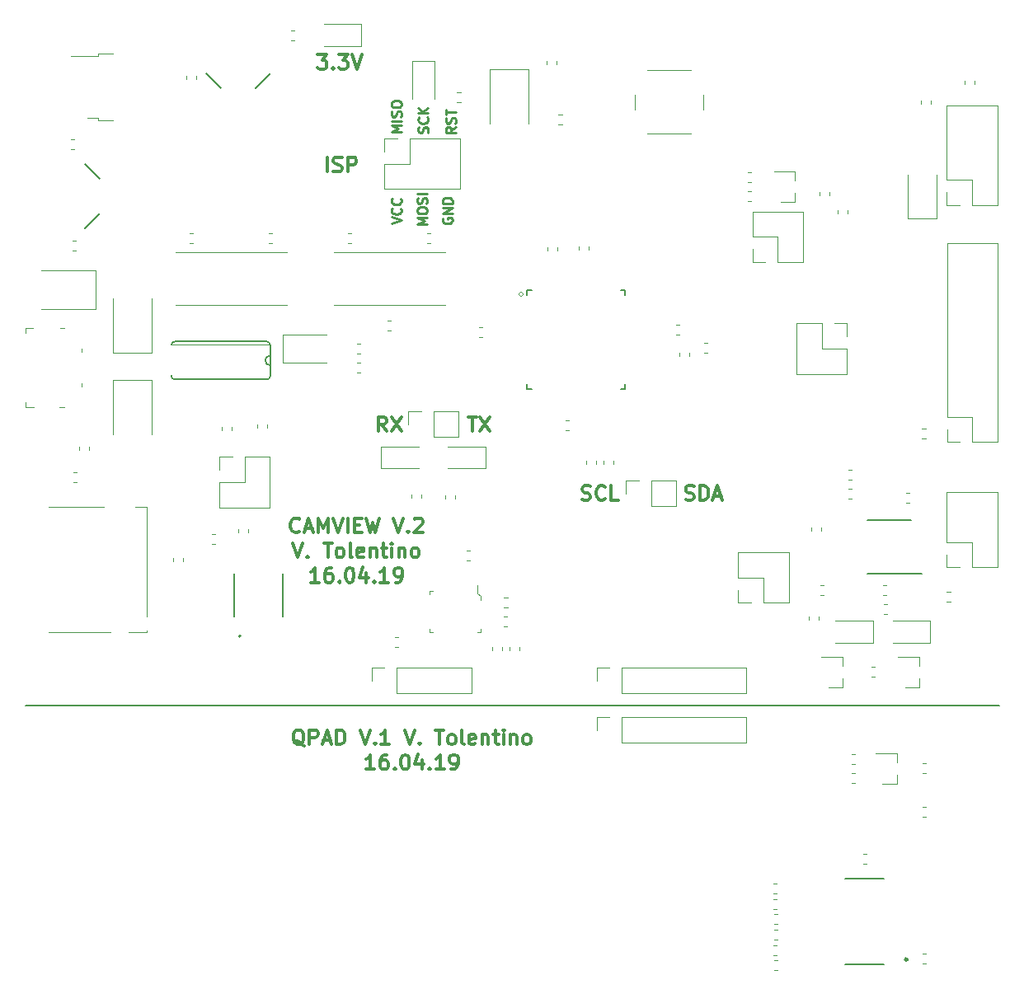
<source format=gto>
G04 #@! TF.GenerationSoftware,KiCad,Pcbnew,(5.0.0)*
G04 #@! TF.CreationDate,2019-04-16T16:00:33+02:00*
G04 #@! TF.ProjectId,CameraSystem,43616D65726153797374656D2E6B6963,rev?*
G04 #@! TF.SameCoordinates,Original*
G04 #@! TF.FileFunction,Legend,Top*
G04 #@! TF.FilePolarity,Positive*
%FSLAX46Y46*%
G04 Gerber Fmt 4.6, Leading zero omitted, Abs format (unit mm)*
G04 Created by KiCad (PCBNEW (5.0.0)) date 04/16/19 16:00:33*
%MOMM*%
%LPD*%
G01*
G04 APERTURE LIST*
%ADD10C,0.250000*%
%ADD11C,0.300000*%
%ADD12C,0.200000*%
%ADD13C,0.120000*%
%ADD14C,0.127000*%
%ADD15C,0.100000*%
%ADD16C,0.152400*%
%ADD17C,0.050800*%
%ADD18C,0.150000*%
G04 APERTURE END LIST*
D10*
X62898400Y-41401904D02*
X62850780Y-41497142D01*
X62850780Y-41640000D01*
X62898400Y-41782857D01*
X62993638Y-41878095D01*
X63088876Y-41925714D01*
X63279352Y-41973333D01*
X63422209Y-41973333D01*
X63612685Y-41925714D01*
X63707923Y-41878095D01*
X63803161Y-41782857D01*
X63850780Y-41640000D01*
X63850780Y-41544761D01*
X63803161Y-41401904D01*
X63755542Y-41354285D01*
X63422209Y-41354285D01*
X63422209Y-41544761D01*
X63850780Y-40925714D02*
X62850780Y-40925714D01*
X63850780Y-40354285D01*
X62850780Y-40354285D01*
X63850780Y-39878095D02*
X62850780Y-39878095D01*
X62850780Y-39640000D01*
X62898400Y-39497142D01*
X62993638Y-39401904D01*
X63088876Y-39354285D01*
X63279352Y-39306666D01*
X63422209Y-39306666D01*
X63612685Y-39354285D01*
X63707923Y-39401904D01*
X63803161Y-39497142D01*
X63850780Y-39640000D01*
X63850780Y-39878095D01*
X57618380Y-41973333D02*
X58618380Y-41640000D01*
X57618380Y-41306666D01*
X58523142Y-40401904D02*
X58570761Y-40449523D01*
X58618380Y-40592380D01*
X58618380Y-40687619D01*
X58570761Y-40830476D01*
X58475523Y-40925714D01*
X58380285Y-40973333D01*
X58189809Y-41020952D01*
X58046952Y-41020952D01*
X57856476Y-40973333D01*
X57761238Y-40925714D01*
X57666000Y-40830476D01*
X57618380Y-40687619D01*
X57618380Y-40592380D01*
X57666000Y-40449523D01*
X57713619Y-40401904D01*
X58523142Y-39401904D02*
X58570761Y-39449523D01*
X58618380Y-39592380D01*
X58618380Y-39687619D01*
X58570761Y-39830476D01*
X58475523Y-39925714D01*
X58380285Y-39973333D01*
X58189809Y-40020952D01*
X58046952Y-40020952D01*
X57856476Y-39973333D01*
X57761238Y-39925714D01*
X57666000Y-39830476D01*
X57618380Y-39687619D01*
X57618380Y-39592380D01*
X57666000Y-39449523D01*
X57713619Y-39401904D01*
X64206380Y-32043619D02*
X63730190Y-32376952D01*
X64206380Y-32615047D02*
X63206380Y-32615047D01*
X63206380Y-32234095D01*
X63254000Y-32138857D01*
X63301619Y-32091238D01*
X63396857Y-32043619D01*
X63539714Y-32043619D01*
X63634952Y-32091238D01*
X63682571Y-32138857D01*
X63730190Y-32234095D01*
X63730190Y-32615047D01*
X64158761Y-31662666D02*
X64206380Y-31519809D01*
X64206380Y-31281714D01*
X64158761Y-31186476D01*
X64111142Y-31138857D01*
X64015904Y-31091238D01*
X63920666Y-31091238D01*
X63825428Y-31138857D01*
X63777809Y-31186476D01*
X63730190Y-31281714D01*
X63682571Y-31472190D01*
X63634952Y-31567428D01*
X63587333Y-31615047D01*
X63492095Y-31662666D01*
X63396857Y-31662666D01*
X63301619Y-31615047D01*
X63254000Y-31567428D01*
X63206380Y-31472190D01*
X63206380Y-31234095D01*
X63254000Y-31091238D01*
X63206380Y-30805523D02*
X63206380Y-30234095D01*
X64206380Y-30519809D02*
X63206380Y-30519809D01*
D11*
X48623497Y-95624468D02*
X48480640Y-95553040D01*
X48337782Y-95410182D01*
X48123497Y-95195897D01*
X47980640Y-95124468D01*
X47837782Y-95124468D01*
X47909211Y-95481611D02*
X47766354Y-95410182D01*
X47623497Y-95267325D01*
X47552068Y-94981611D01*
X47552068Y-94481611D01*
X47623497Y-94195897D01*
X47766354Y-94053040D01*
X47909211Y-93981611D01*
X48194925Y-93981611D01*
X48337782Y-94053040D01*
X48480640Y-94195897D01*
X48552068Y-94481611D01*
X48552068Y-94981611D01*
X48480640Y-95267325D01*
X48337782Y-95410182D01*
X48194925Y-95481611D01*
X47909211Y-95481611D01*
X49194925Y-95481611D02*
X49194925Y-93981611D01*
X49766354Y-93981611D01*
X49909211Y-94053040D01*
X49980640Y-94124468D01*
X50052068Y-94267325D01*
X50052068Y-94481611D01*
X49980640Y-94624468D01*
X49909211Y-94695897D01*
X49766354Y-94767325D01*
X49194925Y-94767325D01*
X50623497Y-95053040D02*
X51337782Y-95053040D01*
X50480640Y-95481611D02*
X50980640Y-93981611D01*
X51480640Y-95481611D01*
X51980640Y-95481611D02*
X51980640Y-93981611D01*
X52337782Y-93981611D01*
X52552068Y-94053040D01*
X52694925Y-94195897D01*
X52766354Y-94338754D01*
X52837782Y-94624468D01*
X52837782Y-94838754D01*
X52766354Y-95124468D01*
X52694925Y-95267325D01*
X52552068Y-95410182D01*
X52337782Y-95481611D01*
X51980640Y-95481611D01*
X54409211Y-93981611D02*
X54909211Y-95481611D01*
X55409211Y-93981611D01*
X55909211Y-95338754D02*
X55980640Y-95410182D01*
X55909211Y-95481611D01*
X55837782Y-95410182D01*
X55909211Y-95338754D01*
X55909211Y-95481611D01*
X57409211Y-95481611D02*
X56552068Y-95481611D01*
X56980640Y-95481611D02*
X56980640Y-93981611D01*
X56837782Y-94195897D01*
X56694925Y-94338754D01*
X56552068Y-94410182D01*
X58980640Y-93981611D02*
X59480640Y-95481611D01*
X59980640Y-93981611D01*
X60480640Y-95338754D02*
X60552068Y-95410182D01*
X60480640Y-95481611D01*
X60409211Y-95410182D01*
X60480640Y-95338754D01*
X60480640Y-95481611D01*
X62123497Y-93981611D02*
X62980640Y-93981611D01*
X62552068Y-95481611D02*
X62552068Y-93981611D01*
X63694925Y-95481611D02*
X63552068Y-95410182D01*
X63480639Y-95338754D01*
X63409211Y-95195897D01*
X63409211Y-94767325D01*
X63480639Y-94624468D01*
X63552068Y-94553040D01*
X63694925Y-94481611D01*
X63909211Y-94481611D01*
X64052068Y-94553040D01*
X64123497Y-94624468D01*
X64194925Y-94767325D01*
X64194925Y-95195897D01*
X64123497Y-95338754D01*
X64052068Y-95410182D01*
X63909211Y-95481611D01*
X63694925Y-95481611D01*
X65052068Y-95481611D02*
X64909211Y-95410182D01*
X64837782Y-95267325D01*
X64837782Y-93981611D01*
X66194925Y-95410182D02*
X66052068Y-95481611D01*
X65766354Y-95481611D01*
X65623497Y-95410182D01*
X65552068Y-95267325D01*
X65552068Y-94695897D01*
X65623497Y-94553040D01*
X65766354Y-94481611D01*
X66052068Y-94481611D01*
X66194925Y-94553040D01*
X66266354Y-94695897D01*
X66266354Y-94838754D01*
X65552068Y-94981611D01*
X66909211Y-94481611D02*
X66909211Y-95481611D01*
X66909211Y-94624468D02*
X66980640Y-94553040D01*
X67123497Y-94481611D01*
X67337782Y-94481611D01*
X67480640Y-94553040D01*
X67552068Y-94695897D01*
X67552068Y-95481611D01*
X68052068Y-94481611D02*
X68623497Y-94481611D01*
X68266354Y-93981611D02*
X68266354Y-95267325D01*
X68337782Y-95410182D01*
X68480640Y-95481611D01*
X68623497Y-95481611D01*
X69123497Y-95481611D02*
X69123497Y-94481611D01*
X69123497Y-93981611D02*
X69052068Y-94053040D01*
X69123497Y-94124468D01*
X69194925Y-94053040D01*
X69123497Y-93981611D01*
X69123497Y-94124468D01*
X69837782Y-94481611D02*
X69837782Y-95481611D01*
X69837782Y-94624468D02*
X69909211Y-94553040D01*
X70052068Y-94481611D01*
X70266354Y-94481611D01*
X70409211Y-94553040D01*
X70480640Y-94695897D01*
X70480640Y-95481611D01*
X71409211Y-95481611D02*
X71266354Y-95410182D01*
X71194925Y-95338754D01*
X71123497Y-95195897D01*
X71123497Y-94767325D01*
X71194925Y-94624468D01*
X71266354Y-94553040D01*
X71409211Y-94481611D01*
X71623497Y-94481611D01*
X71766354Y-94553040D01*
X71837782Y-94624468D01*
X71909211Y-94767325D01*
X71909211Y-95195897D01*
X71837782Y-95338754D01*
X71766354Y-95410182D01*
X71623497Y-95481611D01*
X71409211Y-95481611D01*
X55873497Y-98031611D02*
X55016354Y-98031611D01*
X55444925Y-98031611D02*
X55444925Y-96531611D01*
X55302068Y-96745897D01*
X55159211Y-96888754D01*
X55016354Y-96960182D01*
X57159211Y-96531611D02*
X56873497Y-96531611D01*
X56730640Y-96603040D01*
X56659211Y-96674468D01*
X56516354Y-96888754D01*
X56444925Y-97174468D01*
X56444925Y-97745897D01*
X56516354Y-97888754D01*
X56587782Y-97960182D01*
X56730640Y-98031611D01*
X57016354Y-98031611D01*
X57159211Y-97960182D01*
X57230640Y-97888754D01*
X57302068Y-97745897D01*
X57302068Y-97388754D01*
X57230640Y-97245897D01*
X57159211Y-97174468D01*
X57016354Y-97103040D01*
X56730640Y-97103040D01*
X56587782Y-97174468D01*
X56516354Y-97245897D01*
X56444925Y-97388754D01*
X57944925Y-97888754D02*
X58016354Y-97960182D01*
X57944925Y-98031611D01*
X57873497Y-97960182D01*
X57944925Y-97888754D01*
X57944925Y-98031611D01*
X58944925Y-96531611D02*
X59087782Y-96531611D01*
X59230640Y-96603040D01*
X59302068Y-96674468D01*
X59373497Y-96817325D01*
X59444925Y-97103040D01*
X59444925Y-97460182D01*
X59373497Y-97745897D01*
X59302068Y-97888754D01*
X59230640Y-97960182D01*
X59087782Y-98031611D01*
X58944925Y-98031611D01*
X58802068Y-97960182D01*
X58730640Y-97888754D01*
X58659211Y-97745897D01*
X58587782Y-97460182D01*
X58587782Y-97103040D01*
X58659211Y-96817325D01*
X58730640Y-96674468D01*
X58802068Y-96603040D01*
X58944925Y-96531611D01*
X60730640Y-97031611D02*
X60730640Y-98031611D01*
X60373497Y-96460182D02*
X60016354Y-97531611D01*
X60944925Y-97531611D01*
X61516354Y-97888754D02*
X61587782Y-97960182D01*
X61516354Y-98031611D01*
X61444925Y-97960182D01*
X61516354Y-97888754D01*
X61516354Y-98031611D01*
X63016354Y-98031611D02*
X62159211Y-98031611D01*
X62587782Y-98031611D02*
X62587782Y-96531611D01*
X62444925Y-96745897D01*
X62302068Y-96888754D01*
X62159211Y-96960182D01*
X63730640Y-98031611D02*
X64016354Y-98031611D01*
X64159211Y-97960182D01*
X64230640Y-97888754D01*
X64373497Y-97674468D01*
X64444925Y-97388754D01*
X64444925Y-96817325D01*
X64373497Y-96674468D01*
X64302068Y-96603040D01*
X64159211Y-96531611D01*
X63873497Y-96531611D01*
X63730640Y-96603040D01*
X63659211Y-96674468D01*
X63587782Y-96817325D01*
X63587782Y-97174468D01*
X63659211Y-97317325D01*
X63730640Y-97388754D01*
X63873497Y-97460182D01*
X64159211Y-97460182D01*
X64302068Y-97388754D01*
X64373497Y-97317325D01*
X64444925Y-97174468D01*
X50046214Y-24616671D02*
X50974785Y-24616671D01*
X50474785Y-25188100D01*
X50689071Y-25188100D01*
X50831928Y-25259528D01*
X50903357Y-25330957D01*
X50974785Y-25473814D01*
X50974785Y-25830957D01*
X50903357Y-25973814D01*
X50831928Y-26045242D01*
X50689071Y-26116671D01*
X50260500Y-26116671D01*
X50117642Y-26045242D01*
X50046214Y-25973814D01*
X51617642Y-25973814D02*
X51689071Y-26045242D01*
X51617642Y-26116671D01*
X51546214Y-26045242D01*
X51617642Y-25973814D01*
X51617642Y-26116671D01*
X52189071Y-24616671D02*
X53117642Y-24616671D01*
X52617642Y-25188100D01*
X52831928Y-25188100D01*
X52974785Y-25259528D01*
X53046214Y-25330957D01*
X53117642Y-25473814D01*
X53117642Y-25830957D01*
X53046214Y-25973814D01*
X52974785Y-26045242D01*
X52831928Y-26116671D01*
X52403357Y-26116671D01*
X52260500Y-26045242D01*
X52189071Y-25973814D01*
X53546214Y-24616671D02*
X54046214Y-26116671D01*
X54546214Y-24616671D01*
X51012114Y-36644971D02*
X51012114Y-35144971D01*
X51654971Y-36573542D02*
X51869257Y-36644971D01*
X52226400Y-36644971D01*
X52369257Y-36573542D01*
X52440685Y-36502114D01*
X52512114Y-36359257D01*
X52512114Y-36216400D01*
X52440685Y-36073542D01*
X52369257Y-36002114D01*
X52226400Y-35930685D01*
X51940685Y-35859257D01*
X51797828Y-35787828D01*
X51726400Y-35716400D01*
X51654971Y-35573542D01*
X51654971Y-35430685D01*
X51726400Y-35287828D01*
X51797828Y-35216400D01*
X51940685Y-35144971D01*
X52297828Y-35144971D01*
X52512114Y-35216400D01*
X53154971Y-36644971D02*
X53154971Y-35144971D01*
X53726400Y-35144971D01*
X53869257Y-35216400D01*
X53940685Y-35287828D01*
X54012114Y-35430685D01*
X54012114Y-35644971D01*
X53940685Y-35787828D01*
X53869257Y-35859257D01*
X53726400Y-35930685D01*
X53154971Y-35930685D01*
D10*
X61259980Y-42059028D02*
X60259980Y-42059028D01*
X60974266Y-41725695D01*
X60259980Y-41392361D01*
X61259980Y-41392361D01*
X60259980Y-40725695D02*
X60259980Y-40535219D01*
X60307600Y-40439980D01*
X60402838Y-40344742D01*
X60593314Y-40297123D01*
X60926647Y-40297123D01*
X61117123Y-40344742D01*
X61212361Y-40439980D01*
X61259980Y-40535219D01*
X61259980Y-40725695D01*
X61212361Y-40820933D01*
X61117123Y-40916171D01*
X60926647Y-40963790D01*
X60593314Y-40963790D01*
X60402838Y-40916171D01*
X60307600Y-40820933D01*
X60259980Y-40725695D01*
X61212361Y-39916171D02*
X61259980Y-39773314D01*
X61259980Y-39535219D01*
X61212361Y-39439980D01*
X61164742Y-39392361D01*
X61069504Y-39344742D01*
X60974266Y-39344742D01*
X60879028Y-39392361D01*
X60831409Y-39439980D01*
X60783790Y-39535219D01*
X60736171Y-39725695D01*
X60688552Y-39820933D01*
X60640933Y-39868552D01*
X60545695Y-39916171D01*
X60450457Y-39916171D01*
X60355219Y-39868552D01*
X60307600Y-39820933D01*
X60259980Y-39725695D01*
X60259980Y-39487600D01*
X60307600Y-39344742D01*
X61259980Y-38916171D02*
X60259980Y-38916171D01*
X58618380Y-32559428D02*
X57618380Y-32559428D01*
X58332666Y-32226095D01*
X57618380Y-31892761D01*
X58618380Y-31892761D01*
X58618380Y-31416571D02*
X57618380Y-31416571D01*
X58570761Y-30988000D02*
X58618380Y-30845142D01*
X58618380Y-30607047D01*
X58570761Y-30511809D01*
X58523142Y-30464190D01*
X58427904Y-30416571D01*
X58332666Y-30416571D01*
X58237428Y-30464190D01*
X58189809Y-30511809D01*
X58142190Y-30607047D01*
X58094571Y-30797523D01*
X58046952Y-30892761D01*
X57999333Y-30940380D01*
X57904095Y-30988000D01*
X57808857Y-30988000D01*
X57713619Y-30940380D01*
X57666000Y-30892761D01*
X57618380Y-30797523D01*
X57618380Y-30559428D01*
X57666000Y-30416571D01*
X57618380Y-29797523D02*
X57618380Y-29607047D01*
X57666000Y-29511809D01*
X57761238Y-29416571D01*
X57951714Y-29368952D01*
X58285047Y-29368952D01*
X58475523Y-29416571D01*
X58570761Y-29511809D01*
X58618380Y-29607047D01*
X58618380Y-29797523D01*
X58570761Y-29892761D01*
X58475523Y-29988000D01*
X58285047Y-30035619D01*
X57951714Y-30035619D01*
X57761238Y-29988000D01*
X57666000Y-29892761D01*
X57618380Y-29797523D01*
X61313961Y-32629314D02*
X61361580Y-32486457D01*
X61361580Y-32248361D01*
X61313961Y-32153123D01*
X61266342Y-32105504D01*
X61171104Y-32057885D01*
X61075866Y-32057885D01*
X60980628Y-32105504D01*
X60933009Y-32153123D01*
X60885390Y-32248361D01*
X60837771Y-32438838D01*
X60790152Y-32534076D01*
X60742533Y-32581695D01*
X60647295Y-32629314D01*
X60552057Y-32629314D01*
X60456819Y-32581695D01*
X60409200Y-32534076D01*
X60361580Y-32438838D01*
X60361580Y-32200742D01*
X60409200Y-32057885D01*
X61266342Y-31057885D02*
X61313961Y-31105504D01*
X61361580Y-31248361D01*
X61361580Y-31343600D01*
X61313961Y-31486457D01*
X61218723Y-31581695D01*
X61123485Y-31629314D01*
X60933009Y-31676933D01*
X60790152Y-31676933D01*
X60599676Y-31629314D01*
X60504438Y-31581695D01*
X60409200Y-31486457D01*
X60361580Y-31343600D01*
X60361580Y-31248361D01*
X60409200Y-31105504D01*
X60456819Y-31057885D01*
X61361580Y-30629314D02*
X60361580Y-30629314D01*
X61361580Y-30057885D02*
X60790152Y-30486457D01*
X60361580Y-30057885D02*
X60933009Y-30629314D01*
D11*
X87812631Y-70319982D02*
X88026917Y-70391411D01*
X88384060Y-70391411D01*
X88526917Y-70319982D01*
X88598345Y-70248554D01*
X88669774Y-70105697D01*
X88669774Y-69962840D01*
X88598345Y-69819982D01*
X88526917Y-69748554D01*
X88384060Y-69677125D01*
X88098345Y-69605697D01*
X87955488Y-69534268D01*
X87884060Y-69462840D01*
X87812631Y-69319982D01*
X87812631Y-69177125D01*
X87884060Y-69034268D01*
X87955488Y-68962840D01*
X88098345Y-68891411D01*
X88455488Y-68891411D01*
X88669774Y-68962840D01*
X89312631Y-70391411D02*
X89312631Y-68891411D01*
X89669774Y-68891411D01*
X89884060Y-68962840D01*
X90026917Y-69105697D01*
X90098345Y-69248554D01*
X90169774Y-69534268D01*
X90169774Y-69748554D01*
X90098345Y-70034268D01*
X90026917Y-70177125D01*
X89884060Y-70319982D01*
X89669774Y-70391411D01*
X89312631Y-70391411D01*
X90741202Y-69962840D02*
X91455488Y-69962840D01*
X90598345Y-70391411D02*
X91098345Y-68891411D01*
X91598345Y-70391411D01*
X77182885Y-70319982D02*
X77397171Y-70391411D01*
X77754314Y-70391411D01*
X77897171Y-70319982D01*
X77968600Y-70248554D01*
X78040028Y-70105697D01*
X78040028Y-69962840D01*
X77968600Y-69819982D01*
X77897171Y-69748554D01*
X77754314Y-69677125D01*
X77468600Y-69605697D01*
X77325742Y-69534268D01*
X77254314Y-69462840D01*
X77182885Y-69319982D01*
X77182885Y-69177125D01*
X77254314Y-69034268D01*
X77325742Y-68962840D01*
X77468600Y-68891411D01*
X77825742Y-68891411D01*
X78040028Y-68962840D01*
X79540028Y-70248554D02*
X79468600Y-70319982D01*
X79254314Y-70391411D01*
X79111457Y-70391411D01*
X78897171Y-70319982D01*
X78754314Y-70177125D01*
X78682885Y-70034268D01*
X78611457Y-69748554D01*
X78611457Y-69534268D01*
X78682885Y-69248554D01*
X78754314Y-69105697D01*
X78897171Y-68962840D01*
X79111457Y-68891411D01*
X79254314Y-68891411D01*
X79468600Y-68962840D01*
X79540028Y-69034268D01*
X80897171Y-70391411D02*
X80182885Y-70391411D01*
X80182885Y-68891411D01*
X65471182Y-61825131D02*
X66328325Y-61825131D01*
X65899754Y-63325131D02*
X65899754Y-61825131D01*
X66685468Y-61825131D02*
X67685468Y-63325131D01*
X67685468Y-61825131D02*
X66685468Y-63325131D01*
X57118440Y-63325131D02*
X56618440Y-62610845D01*
X56261297Y-63325131D02*
X56261297Y-61825131D01*
X56832725Y-61825131D01*
X56975582Y-61896560D01*
X57047011Y-61967988D01*
X57118440Y-62110845D01*
X57118440Y-62325131D01*
X57047011Y-62467988D01*
X56975582Y-62539417D01*
X56832725Y-62610845D01*
X56261297Y-62610845D01*
X57618440Y-61825131D02*
X58618440Y-63325131D01*
X58618440Y-61825131D02*
X57618440Y-63325131D01*
X48181357Y-73578654D02*
X48109928Y-73650082D01*
X47895642Y-73721511D01*
X47752785Y-73721511D01*
X47538500Y-73650082D01*
X47395642Y-73507225D01*
X47324214Y-73364368D01*
X47252785Y-73078654D01*
X47252785Y-72864368D01*
X47324214Y-72578654D01*
X47395642Y-72435797D01*
X47538500Y-72292940D01*
X47752785Y-72221511D01*
X47895642Y-72221511D01*
X48109928Y-72292940D01*
X48181357Y-72364368D01*
X48752785Y-73292940D02*
X49467071Y-73292940D01*
X48609928Y-73721511D02*
X49109928Y-72221511D01*
X49609928Y-73721511D01*
X50109928Y-73721511D02*
X50109928Y-72221511D01*
X50609928Y-73292940D01*
X51109928Y-72221511D01*
X51109928Y-73721511D01*
X51609928Y-72221511D02*
X52109928Y-73721511D01*
X52609928Y-72221511D01*
X53109928Y-73721511D02*
X53109928Y-72221511D01*
X53824214Y-72935797D02*
X54324214Y-72935797D01*
X54538500Y-73721511D02*
X53824214Y-73721511D01*
X53824214Y-72221511D01*
X54538500Y-72221511D01*
X55038500Y-72221511D02*
X55395642Y-73721511D01*
X55681357Y-72650082D01*
X55967071Y-73721511D01*
X56324214Y-72221511D01*
X57824214Y-72221511D02*
X58324214Y-73721511D01*
X58824214Y-72221511D01*
X59324214Y-73578654D02*
X59395642Y-73650082D01*
X59324214Y-73721511D01*
X59252785Y-73650082D01*
X59324214Y-73578654D01*
X59324214Y-73721511D01*
X59967071Y-72364368D02*
X60038500Y-72292940D01*
X60181357Y-72221511D01*
X60538500Y-72221511D01*
X60681357Y-72292940D01*
X60752785Y-72364368D01*
X60824214Y-72507225D01*
X60824214Y-72650082D01*
X60752785Y-72864368D01*
X59895642Y-73721511D01*
X60824214Y-73721511D01*
X47502785Y-74771511D02*
X48002785Y-76271511D01*
X48502785Y-74771511D01*
X49002785Y-76128654D02*
X49074214Y-76200082D01*
X49002785Y-76271511D01*
X48931357Y-76200082D01*
X49002785Y-76128654D01*
X49002785Y-76271511D01*
X50645642Y-74771511D02*
X51502785Y-74771511D01*
X51074214Y-76271511D02*
X51074214Y-74771511D01*
X52217071Y-76271511D02*
X52074214Y-76200082D01*
X52002785Y-76128654D01*
X51931357Y-75985797D01*
X51931357Y-75557225D01*
X52002785Y-75414368D01*
X52074214Y-75342940D01*
X52217071Y-75271511D01*
X52431357Y-75271511D01*
X52574214Y-75342940D01*
X52645642Y-75414368D01*
X52717071Y-75557225D01*
X52717071Y-75985797D01*
X52645642Y-76128654D01*
X52574214Y-76200082D01*
X52431357Y-76271511D01*
X52217071Y-76271511D01*
X53574214Y-76271511D02*
X53431357Y-76200082D01*
X53359928Y-76057225D01*
X53359928Y-74771511D01*
X54717071Y-76200082D02*
X54574214Y-76271511D01*
X54288500Y-76271511D01*
X54145642Y-76200082D01*
X54074214Y-76057225D01*
X54074214Y-75485797D01*
X54145642Y-75342940D01*
X54288500Y-75271511D01*
X54574214Y-75271511D01*
X54717071Y-75342940D01*
X54788500Y-75485797D01*
X54788500Y-75628654D01*
X54074214Y-75771511D01*
X55431357Y-75271511D02*
X55431357Y-76271511D01*
X55431357Y-75414368D02*
X55502785Y-75342940D01*
X55645642Y-75271511D01*
X55859928Y-75271511D01*
X56002785Y-75342940D01*
X56074214Y-75485797D01*
X56074214Y-76271511D01*
X56574214Y-75271511D02*
X57145642Y-75271511D01*
X56788500Y-74771511D02*
X56788500Y-76057225D01*
X56859928Y-76200082D01*
X57002785Y-76271511D01*
X57145642Y-76271511D01*
X57645642Y-76271511D02*
X57645642Y-75271511D01*
X57645642Y-74771511D02*
X57574214Y-74842940D01*
X57645642Y-74914368D01*
X57717071Y-74842940D01*
X57645642Y-74771511D01*
X57645642Y-74914368D01*
X58359928Y-75271511D02*
X58359928Y-76271511D01*
X58359928Y-75414368D02*
X58431357Y-75342940D01*
X58574214Y-75271511D01*
X58788500Y-75271511D01*
X58931357Y-75342940D01*
X59002785Y-75485797D01*
X59002785Y-76271511D01*
X59931357Y-76271511D02*
X59788500Y-76200082D01*
X59717071Y-76128654D01*
X59645642Y-75985797D01*
X59645642Y-75557225D01*
X59717071Y-75414368D01*
X59788500Y-75342940D01*
X59931357Y-75271511D01*
X60145642Y-75271511D01*
X60288500Y-75342940D01*
X60359928Y-75414368D01*
X60431357Y-75557225D01*
X60431357Y-75985797D01*
X60359928Y-76128654D01*
X60288500Y-76200082D01*
X60145642Y-76271511D01*
X59931357Y-76271511D01*
X50181357Y-78821511D02*
X49324214Y-78821511D01*
X49752785Y-78821511D02*
X49752785Y-77321511D01*
X49609928Y-77535797D01*
X49467071Y-77678654D01*
X49324214Y-77750082D01*
X51467071Y-77321511D02*
X51181357Y-77321511D01*
X51038500Y-77392940D01*
X50967071Y-77464368D01*
X50824214Y-77678654D01*
X50752785Y-77964368D01*
X50752785Y-78535797D01*
X50824214Y-78678654D01*
X50895642Y-78750082D01*
X51038500Y-78821511D01*
X51324214Y-78821511D01*
X51467071Y-78750082D01*
X51538500Y-78678654D01*
X51609928Y-78535797D01*
X51609928Y-78178654D01*
X51538500Y-78035797D01*
X51467071Y-77964368D01*
X51324214Y-77892940D01*
X51038500Y-77892940D01*
X50895642Y-77964368D01*
X50824214Y-78035797D01*
X50752785Y-78178654D01*
X52252785Y-78678654D02*
X52324214Y-78750082D01*
X52252785Y-78821511D01*
X52181357Y-78750082D01*
X52252785Y-78678654D01*
X52252785Y-78821511D01*
X53252785Y-77321511D02*
X53395642Y-77321511D01*
X53538500Y-77392940D01*
X53609928Y-77464368D01*
X53681357Y-77607225D01*
X53752785Y-77892940D01*
X53752785Y-78250082D01*
X53681357Y-78535797D01*
X53609928Y-78678654D01*
X53538500Y-78750082D01*
X53395642Y-78821511D01*
X53252785Y-78821511D01*
X53109928Y-78750082D01*
X53038500Y-78678654D01*
X52967071Y-78535797D01*
X52895642Y-78250082D01*
X52895642Y-77892940D01*
X52967071Y-77607225D01*
X53038500Y-77464368D01*
X53109928Y-77392940D01*
X53252785Y-77321511D01*
X55038500Y-77821511D02*
X55038500Y-78821511D01*
X54681357Y-77250082D02*
X54324214Y-78321511D01*
X55252785Y-78321511D01*
X55824214Y-78678654D02*
X55895642Y-78750082D01*
X55824214Y-78821511D01*
X55752785Y-78750082D01*
X55824214Y-78678654D01*
X55824214Y-78821511D01*
X57324214Y-78821511D02*
X56467071Y-78821511D01*
X56895642Y-78821511D02*
X56895642Y-77321511D01*
X56752785Y-77535797D01*
X56609928Y-77678654D01*
X56467071Y-77750082D01*
X58038500Y-78821511D02*
X58324214Y-78821511D01*
X58467071Y-78750082D01*
X58538500Y-78678654D01*
X58681357Y-78464368D01*
X58752785Y-78178654D01*
X58752785Y-77607225D01*
X58681357Y-77464368D01*
X58609928Y-77392940D01*
X58467071Y-77321511D01*
X58181357Y-77321511D01*
X58038500Y-77392940D01*
X57967071Y-77464368D01*
X57895642Y-77607225D01*
X57895642Y-77964368D01*
X57967071Y-78107225D01*
X58038500Y-78178654D01*
X58181357Y-78250082D01*
X58467071Y-78250082D01*
X58609928Y-78178654D01*
X58681357Y-78107225D01*
X58752785Y-77964368D01*
D12*
X20015200Y-91440000D02*
X119989600Y-91440000D01*
D13*
G04 #@! TO.C,J6*
X96012000Y-45932400D02*
X94682000Y-45932400D01*
X94682000Y-45932400D02*
X94682000Y-44602400D01*
X97282000Y-45932400D02*
X97282000Y-43332400D01*
X97282000Y-43332400D02*
X94682000Y-43332400D01*
X94682000Y-43332400D02*
X94682000Y-40732400D01*
X99882000Y-40732400D02*
X94682000Y-40732400D01*
X99882000Y-45932400D02*
X99882000Y-40732400D01*
X99882000Y-45932400D02*
X97282000Y-45932400D01*
D14*
G04 #@! TO.C,U9*
X108172000Y-118035000D02*
X104172000Y-118035000D01*
X104172000Y-109295000D02*
X108172000Y-109295000D01*
D11*
X110572000Y-117565000D02*
G75*
G03X110572000Y-117565000I-100000J0D01*
G01*
D15*
G04 #@! TO.C,J1*
X24012960Y-60803760D02*
X23512960Y-60803760D01*
X25762960Y-58403760D02*
X25762960Y-58703760D01*
X24012960Y-52703760D02*
X23562960Y-52703760D01*
X25762960Y-54853760D02*
X25762960Y-55153760D01*
X20812960Y-52703760D02*
X20012960Y-52703760D01*
X20012960Y-52703760D02*
X20012960Y-53203760D01*
X20012960Y-60353760D02*
X20012960Y-60803760D01*
X20012960Y-60803760D02*
X20862960Y-60803760D01*
D16*
G04 #@! TO.C,U1*
X35382200Y-57988200D02*
X44780200Y-57988200D01*
X35382200Y-54076600D02*
G75*
G03X35001200Y-54457600I0J-381000D01*
G01*
X45161200Y-57607200D02*
G75*
G02X44780200Y-57988200I-381000J0D01*
G01*
X35382200Y-57988200D02*
G75*
G02X35001200Y-57607200I0J381000D01*
G01*
X45161200Y-54457600D02*
G75*
G03X44780200Y-54076600I-381000J0D01*
G01*
X44780200Y-54076600D02*
X35382200Y-54076600D01*
X45161200Y-57607200D02*
X45161200Y-56540400D01*
X45161200Y-56540400D02*
X45161200Y-55524400D01*
X45161200Y-55524400D02*
X45161200Y-54457600D01*
X45161200Y-56540400D02*
G75*
G02X45161200Y-55524400I0J508000D01*
G01*
D17*
X45161200Y-54432200D02*
X35001200Y-54432200D01*
D12*
G04 #@! TO.C,C6*
X27686000Y-37338000D02*
X26162000Y-35814000D01*
X26162000Y-42418000D02*
X27686000Y-40894000D01*
G04 #@! TO.C,C9*
X38608000Y-26543000D02*
X40132000Y-28067000D01*
X43688000Y-28067000D02*
X45212000Y-26543000D01*
D16*
G04 #@! TO.C,U3*
X71983600Y-48844200D02*
X71501000Y-48844200D01*
X81610200Y-49326800D02*
X81610200Y-48844200D01*
X81127600Y-58953400D02*
X81610200Y-58953400D01*
X71501000Y-58953400D02*
X71983600Y-58953400D01*
X81610200Y-58953400D02*
X81610200Y-58470800D01*
X81610200Y-48844200D02*
X81127600Y-48844200D01*
X71501000Y-48844200D02*
X71501000Y-49326800D01*
X71501000Y-58470800D02*
X71501000Y-58953400D01*
D15*
X71115180Y-49225200D02*
G75*
G03X71115180Y-49225200I-198380J0D01*
G01*
D12*
G04 #@! TO.C,U10*
X42132800Y-84356600D02*
G75*
G03X42132800Y-84356600I-100000J0D01*
G01*
D14*
X41492800Y-82311600D02*
X41492800Y-77911600D01*
X46492800Y-82311600D02*
X46492800Y-77911600D01*
D15*
G04 #@! TO.C,U7*
X66760400Y-80638800D02*
X66760400Y-80238800D01*
X66760400Y-80238800D02*
X66460400Y-79938800D01*
X66460400Y-79938800D02*
X66460400Y-79138800D01*
X61860400Y-79738800D02*
X61560400Y-79738800D01*
X61560400Y-79738800D02*
X61560400Y-80038800D01*
X66460400Y-83938800D02*
X66760400Y-83938800D01*
X66760400Y-83938800D02*
X66760400Y-83638800D01*
X61860400Y-83938800D02*
X61560400Y-83938800D01*
X61560400Y-83938800D02*
X61560400Y-83638800D01*
G04 #@! TO.C,Y1*
X46837600Y-50317400D02*
X35483800Y-50317400D01*
X46863000Y-44932600D02*
X35433000Y-44932600D01*
G04 #@! TO.C,Y2*
X63119000Y-44907200D02*
X51689000Y-44907200D01*
X63093600Y-50292000D02*
X51739800Y-50292000D01*
D13*
G04 #@! TO.C,C17*
X117451600Y-27642667D02*
X117451600Y-27300133D01*
X116431600Y-27642667D02*
X116431600Y-27300133D01*
G04 #@! TO.C,C27*
X102025267Y-79093600D02*
X101682733Y-79093600D01*
X102025267Y-80113600D02*
X101682733Y-80113600D01*
G04 #@! TO.C,C28*
X108465467Y-80164400D02*
X108122933Y-80164400D01*
X108465467Y-79144400D02*
X108122933Y-79144400D01*
G04 #@! TO.C,C29*
X100683600Y-73565867D02*
X100683600Y-73223333D01*
X101703600Y-73565867D02*
X101703600Y-73223333D01*
G04 #@! TO.C,D5*
X29018000Y-55283000D02*
X32958000Y-55283000D01*
X29018000Y-55283000D02*
X29018000Y-49693000D01*
X32958000Y-55283000D02*
X32958000Y-49693000D01*
G04 #@! TO.C,D6*
X27269000Y-46798000D02*
X21679000Y-46798000D01*
X27269000Y-50738000D02*
X21679000Y-50738000D01*
X27269000Y-50738000D02*
X27269000Y-46798000D01*
G04 #@! TO.C,D7*
X50650800Y-23741000D02*
X54535800Y-23741000D01*
X54535800Y-23741000D02*
X54535800Y-21471000D01*
X54535800Y-21471000D02*
X50650800Y-21471000D01*
G04 #@! TO.C,D8*
X67727600Y-26149400D02*
X67727600Y-31739400D01*
X71667600Y-26149400D02*
X71667600Y-31739400D01*
X71667600Y-26149400D02*
X67727600Y-26149400D01*
G04 #@! TO.C,D9*
X59723400Y-25271000D02*
X59723400Y-29156000D01*
X61993400Y-25271000D02*
X59723400Y-25271000D01*
X61993400Y-29156000D02*
X61993400Y-25271000D01*
G04 #@! TO.C,D10*
X110655600Y-41416800D02*
X110655600Y-36916800D01*
X113575600Y-41406800D02*
X110655600Y-41416800D01*
X113575600Y-41416800D02*
X113575600Y-36916800D01*
G04 #@! TO.C,D11*
X103178000Y-85056600D02*
X107063000Y-85056600D01*
X107063000Y-85056600D02*
X107063000Y-82786600D01*
X107063000Y-82786600D02*
X103178000Y-82786600D01*
G04 #@! TO.C,D12*
X112949800Y-82786600D02*
X109064800Y-82786600D01*
X112949800Y-85056600D02*
X112949800Y-82786600D01*
X109064800Y-85056600D02*
X112949800Y-85056600D01*
G04 #@! TO.C,J13*
X119846400Y-77276000D02*
X117246400Y-77276000D01*
X119846400Y-77276000D02*
X119846400Y-69536000D01*
X119846400Y-69536000D02*
X114646400Y-69536000D01*
X114646400Y-74676000D02*
X114646400Y-69536000D01*
X117246400Y-74676000D02*
X114646400Y-74676000D01*
X117246400Y-77276000D02*
X117246400Y-74676000D01*
X114646400Y-77276000D02*
X114646400Y-75946000D01*
X115976400Y-77276000D02*
X114646400Y-77276000D01*
G04 #@! TO.C,Q1*
X99058000Y-39781600D02*
X99058000Y-38851600D01*
X99058000Y-36621600D02*
X99058000Y-37551600D01*
X99058000Y-36621600D02*
X96898000Y-36621600D01*
X99058000Y-39781600D02*
X97598000Y-39781600D01*
G04 #@! TO.C,R13*
X113032000Y-29332133D02*
X113032000Y-29674667D01*
X112012000Y-29332133D02*
X112012000Y-29674667D01*
G04 #@! TO.C,R19*
X69746400Y-85808667D02*
X69746400Y-85466133D01*
X70766400Y-85808667D02*
X70766400Y-85466133D01*
G04 #@! TO.C,R33*
X114648133Y-79754000D02*
X114990667Y-79754000D01*
X114648133Y-80774000D02*
X114990667Y-80774000D01*
G04 #@! TO.C,R34*
X104909467Y-69187600D02*
X104566933Y-69187600D01*
X104909467Y-70207600D02*
X104566933Y-70207600D01*
G04 #@! TO.C,R37*
X100480400Y-82316533D02*
X100480400Y-82659067D01*
X101500400Y-82316533D02*
X101500400Y-82659067D01*
G04 #@! TO.C,R38*
X107206867Y-88546400D02*
X106864333Y-88546400D01*
X107206867Y-87526400D02*
X106864333Y-87526400D01*
G04 #@! TO.C,R39*
X108185133Y-82094800D02*
X108527667Y-82094800D01*
X108185133Y-81074800D02*
X108527667Y-81074800D01*
G04 #@! TO.C,SW1*
X83854800Y-32728800D02*
X88354800Y-32728800D01*
X82604800Y-28728800D02*
X82604800Y-30228800D01*
X88354800Y-26228800D02*
X83854800Y-26228800D01*
X89604800Y-30228800D02*
X89604800Y-28728800D01*
G04 #@! TO.C,U4*
X119846400Y-40090400D02*
X117246400Y-40090400D01*
X119846400Y-40090400D02*
X119846400Y-29810400D01*
X119846400Y-29810400D02*
X114646400Y-29810400D01*
X114646400Y-37490400D02*
X114646400Y-29810400D01*
X117246400Y-37490400D02*
X114646400Y-37490400D01*
X117246400Y-40090400D02*
X117246400Y-37490400D01*
X114646400Y-40090400D02*
X114646400Y-38760400D01*
X115976400Y-40090400D02*
X114646400Y-40090400D01*
D18*
G04 #@! TO.C,U11*
X110962000Y-72408200D02*
X106462000Y-72408200D01*
X112087000Y-77958200D02*
X106462000Y-77958200D01*
D13*
G04 #@! TO.C,C1*
X45383267Y-43944000D02*
X45040733Y-43944000D01*
X45383267Y-42924000D02*
X45040733Y-42924000D01*
G04 #@! TO.C,C2*
X36912733Y-43944000D02*
X37255267Y-43944000D01*
X36912733Y-42924000D02*
X37255267Y-42924000D01*
G04 #@! TO.C,C3*
X25176267Y-43686000D02*
X24833733Y-43686000D01*
X25176267Y-44706000D02*
X24833733Y-44706000D01*
G04 #@! TO.C,C4*
X40180800Y-62860133D02*
X40180800Y-63202667D01*
X41200800Y-62860133D02*
X41200800Y-63202667D01*
G04 #@! TO.C,C5*
X44858400Y-62617533D02*
X44858400Y-62960067D01*
X43838400Y-62617533D02*
X43838400Y-62960067D01*
G04 #@! TO.C,C7*
X25063267Y-34292000D02*
X24720733Y-34292000D01*
X25063267Y-33272000D02*
X24720733Y-33272000D01*
G04 #@! TO.C,C8*
X36574000Y-27157267D02*
X36574000Y-26814733D01*
X37594000Y-27157267D02*
X37594000Y-26814733D01*
G04 #@! TO.C,C11*
X53168733Y-43944000D02*
X53511267Y-43944000D01*
X53168733Y-42924000D02*
X53511267Y-42924000D01*
G04 #@! TO.C,C12*
X86835133Y-52398200D02*
X87177667Y-52398200D01*
X86835133Y-53418200D02*
X87177667Y-53418200D01*
G04 #@! TO.C,C13*
X77827600Y-44683267D02*
X77827600Y-44340733D01*
X76807600Y-44683267D02*
X76807600Y-44340733D01*
G04 #@! TO.C,C14*
X75863267Y-63197200D02*
X75520733Y-63197200D01*
X75863267Y-62177200D02*
X75520733Y-62177200D01*
G04 #@! TO.C,C15*
X66911267Y-52576000D02*
X66568733Y-52576000D01*
X66911267Y-53596000D02*
X66568733Y-53596000D01*
G04 #@! TO.C,C16*
X87160640Y-55210893D02*
X87160640Y-55553427D01*
X88180640Y-55210893D02*
X88180640Y-55553427D01*
G04 #@! TO.C,C18*
X112450667Y-64010000D02*
X112108133Y-64010000D01*
X112450667Y-62990000D02*
X112108133Y-62990000D01*
G04 #@! TO.C,C19*
X103426800Y-40632533D02*
X103426800Y-40975067D01*
X104446800Y-40632533D02*
X104446800Y-40975067D01*
G04 #@! TO.C,C20*
X57994733Y-85498400D02*
X58337267Y-85498400D01*
X57994733Y-84478400D02*
X58337267Y-84478400D01*
G04 #@! TO.C,C21*
X65349533Y-76557600D02*
X65692067Y-76557600D01*
X65349533Y-75537600D02*
X65692067Y-75537600D01*
G04 #@! TO.C,C22*
X68937600Y-85466133D02*
X68937600Y-85808667D01*
X67917600Y-85466133D02*
X67917600Y-85808667D01*
G04 #@! TO.C,C23*
X112161733Y-116965000D02*
X112504267Y-116965000D01*
X112161733Y-117985000D02*
X112504267Y-117985000D01*
G04 #@! TO.C,C24*
X35202400Y-76687467D02*
X35202400Y-76344933D01*
X36222400Y-76687467D02*
X36222400Y-76344933D01*
G04 #@! TO.C,C25*
X25550400Y-65246067D02*
X25550400Y-64903533D01*
X26570400Y-65246067D02*
X26570400Y-64903533D01*
G04 #@! TO.C,C26*
X39198733Y-74881200D02*
X39541267Y-74881200D01*
X39198733Y-73861200D02*
X39541267Y-73861200D01*
G04 #@! TO.C,D1*
X63424000Y-67124200D02*
X67309000Y-67124200D01*
X67309000Y-67124200D02*
X67309000Y-64854200D01*
X67309000Y-64854200D02*
X63424000Y-64854200D01*
G04 #@! TO.C,D2*
X56513000Y-67124200D02*
X60398000Y-67124200D01*
X56513000Y-64854200D02*
X56513000Y-67124200D01*
X60398000Y-64854200D02*
X56513000Y-64854200D01*
G04 #@! TO.C,D3*
X29018000Y-58063400D02*
X29018000Y-63653400D01*
X32958000Y-58063400D02*
X32958000Y-63653400D01*
X32958000Y-58063400D02*
X29018000Y-58063400D01*
G04 #@! TO.C,D4*
X46467200Y-53353200D02*
X50967200Y-53353200D01*
X46477200Y-56273200D02*
X46467200Y-53353200D01*
X46467200Y-56273200D02*
X50967200Y-56273200D01*
G04 #@! TO.C,FB1*
X89744733Y-54201600D02*
X90087267Y-54201600D01*
X89744733Y-55221600D02*
X90087267Y-55221600D01*
G04 #@! TO.C,J2*
X56886800Y-38414000D02*
X56886800Y-35814000D01*
X56886800Y-38414000D02*
X64626800Y-38414000D01*
X64626800Y-38414000D02*
X64626800Y-33214000D01*
X59486800Y-33214000D02*
X64626800Y-33214000D01*
X59486800Y-35814000D02*
X59486800Y-33214000D01*
X56886800Y-35814000D02*
X59486800Y-35814000D01*
X56886800Y-33214000D02*
X58216800Y-33214000D01*
X56886800Y-34544000D02*
X56886800Y-33214000D01*
G04 #@! TO.C,J3*
X84277200Y-71027600D02*
X84277200Y-68367600D01*
X84277200Y-71027600D02*
X86877200Y-71027600D01*
X86877200Y-71027600D02*
X86877200Y-68367600D01*
X84277200Y-68367600D02*
X86877200Y-68367600D01*
X81677200Y-68367600D02*
X83007200Y-68367600D01*
X81677200Y-69697600D02*
X81677200Y-68367600D01*
G04 #@! TO.C,J5*
X59325200Y-62585600D02*
X59325200Y-61255600D01*
X59325200Y-61255600D02*
X60655200Y-61255600D01*
X61925200Y-61255600D02*
X64525200Y-61255600D01*
X64525200Y-63915600D02*
X64525200Y-61255600D01*
X61925200Y-63915600D02*
X64525200Y-63915600D01*
X61925200Y-63915600D02*
X61925200Y-61255600D01*
G04 #@! TO.C,J7*
X103073200Y-52213200D02*
X104403200Y-52213200D01*
X104403200Y-52213200D02*
X104403200Y-53543200D01*
X101803200Y-52213200D02*
X101803200Y-54813200D01*
X101803200Y-54813200D02*
X104403200Y-54813200D01*
X104403200Y-54813200D02*
X104403200Y-57413200D01*
X99203200Y-57413200D02*
X104403200Y-57413200D01*
X99203200Y-52213200D02*
X99203200Y-57413200D01*
X99203200Y-52213200D02*
X101803200Y-52213200D01*
G04 #@! TO.C,J8*
X78670000Y-88900000D02*
X78670000Y-87570000D01*
X78670000Y-87570000D02*
X80000000Y-87570000D01*
X81270000Y-87570000D02*
X94030000Y-87570000D01*
X94030000Y-90230000D02*
X94030000Y-87570000D01*
X81270000Y-90230000D02*
X94030000Y-90230000D01*
X81270000Y-90230000D02*
X81270000Y-87570000D01*
G04 #@! TO.C,J9*
X81280000Y-95310000D02*
X81280000Y-92650000D01*
X81280000Y-95310000D02*
X94040000Y-95310000D01*
X94040000Y-95310000D02*
X94040000Y-92650000D01*
X81280000Y-92650000D02*
X94040000Y-92650000D01*
X78680000Y-92650000D02*
X80010000Y-92650000D01*
X78680000Y-93980000D02*
X78680000Y-92650000D01*
G04 #@! TO.C,J10*
X39919600Y-71129200D02*
X39919600Y-68529200D01*
X39919600Y-71129200D02*
X45119600Y-71129200D01*
X45119600Y-71129200D02*
X45119600Y-65929200D01*
X42519600Y-65929200D02*
X45119600Y-65929200D01*
X42519600Y-68529200D02*
X42519600Y-65929200D01*
X39919600Y-68529200D02*
X42519600Y-68529200D01*
X39919600Y-65929200D02*
X41249600Y-65929200D01*
X39919600Y-67259200D02*
X39919600Y-65929200D01*
G04 #@! TO.C,J11*
X28745000Y-83905000D02*
X22445000Y-83905000D01*
X28045000Y-71035000D02*
X22445000Y-71035000D01*
X32455000Y-83905000D02*
X30645000Y-83905000D01*
X32455000Y-71035000D02*
X32455000Y-82295000D01*
X31295000Y-71035000D02*
X32455000Y-71035000D01*
X32455000Y-83795000D02*
X32455000Y-83905000D01*
G04 #@! TO.C,J12*
X94538800Y-80933600D02*
X93208800Y-80933600D01*
X93208800Y-80933600D02*
X93208800Y-79603600D01*
X95808800Y-80933600D02*
X95808800Y-78333600D01*
X95808800Y-78333600D02*
X93208800Y-78333600D01*
X93208800Y-78333600D02*
X93208800Y-75733600D01*
X98408800Y-75733600D02*
X93208800Y-75733600D01*
X98408800Y-80933600D02*
X98408800Y-75733600D01*
X98408800Y-80933600D02*
X95808800Y-80933600D01*
G04 #@! TO.C,Q2*
X109488000Y-99522400D02*
X109488000Y-98592400D01*
X109488000Y-96362400D02*
X109488000Y-97292400D01*
X109488000Y-96362400D02*
X107328000Y-96362400D01*
X109488000Y-99522400D02*
X108028000Y-99522400D01*
G04 #@! TO.C,Q3*
X103934800Y-89616400D02*
X102474800Y-89616400D01*
X103934800Y-86456400D02*
X101774800Y-86456400D01*
X103934800Y-86456400D02*
X103934800Y-87386400D01*
X103934800Y-89616400D02*
X103934800Y-88686400D01*
G04 #@! TO.C,Q4*
X111808800Y-89616400D02*
X110348800Y-89616400D01*
X111808800Y-86456400D02*
X109648800Y-86456400D01*
X111808800Y-86456400D02*
X111808800Y-87386400D01*
X111808800Y-89616400D02*
X111808800Y-88686400D01*
G04 #@! TO.C,R1*
X64162400Y-70224467D02*
X64162400Y-69881933D01*
X63142400Y-70224467D02*
X63142400Y-69881933D01*
G04 #@! TO.C,R2*
X54083133Y-56233600D02*
X54425667Y-56233600D01*
X54083133Y-57253600D02*
X54425667Y-57253600D01*
G04 #@! TO.C,R3*
X54083133Y-55323200D02*
X54425667Y-55323200D01*
X54083133Y-54303200D02*
X54425667Y-54303200D01*
G04 #@! TO.C,R4*
X59688000Y-70173667D02*
X59688000Y-69831133D01*
X60708000Y-70173667D02*
X60708000Y-69831133D01*
G04 #@! TO.C,R5*
X47326733Y-23116000D02*
X47669267Y-23116000D01*
X47326733Y-22096000D02*
X47669267Y-22096000D01*
G04 #@! TO.C,R8*
X57232733Y-51966400D02*
X57575267Y-51966400D01*
X57232733Y-52986400D02*
X57575267Y-52986400D01*
G04 #@! TO.C,R9*
X74678000Y-44391533D02*
X74678000Y-44734067D01*
X73658000Y-44391533D02*
X73658000Y-44734067D01*
G04 #@! TO.C,R11*
X79347600Y-66325933D02*
X79347600Y-66668467D01*
X80367600Y-66325933D02*
X80367600Y-66668467D01*
G04 #@! TO.C,R12*
X64356133Y-29466000D02*
X64698667Y-29466000D01*
X64356133Y-28446000D02*
X64698667Y-28446000D01*
G04 #@! TO.C,R14*
X102567200Y-39072867D02*
X102567200Y-38730333D01*
X101547200Y-39072867D02*
X101547200Y-38730333D01*
G04 #@! TO.C,R15*
X94506867Y-37746400D02*
X94164333Y-37746400D01*
X94506867Y-36726400D02*
X94164333Y-36726400D01*
G04 #@! TO.C,R16*
X94164333Y-39676800D02*
X94506867Y-39676800D01*
X94164333Y-38656800D02*
X94506867Y-38656800D01*
G04 #@! TO.C,R17*
X69524467Y-81434400D02*
X69181933Y-81434400D01*
X69524467Y-80414400D02*
X69181933Y-80414400D01*
G04 #@! TO.C,R18*
X69513267Y-82294000D02*
X69170733Y-82294000D01*
X69513267Y-83314000D02*
X69170733Y-83314000D01*
G04 #@! TO.C,R20*
X104908533Y-97487200D02*
X105251067Y-97487200D01*
X104908533Y-96467200D02*
X105251067Y-96467200D01*
G04 #@! TO.C,R21*
X104908533Y-98397600D02*
X105251067Y-98397600D01*
X104908533Y-99417600D02*
X105251067Y-99417600D01*
G04 #@! TO.C,R25*
X96882133Y-118620000D02*
X97224667Y-118620000D01*
X96882133Y-117600000D02*
X97224667Y-117600000D01*
G04 #@! TO.C,R26*
X96882133Y-114526600D02*
X97224667Y-114526600D01*
X96882133Y-115546600D02*
X97224667Y-115546600D01*
G04 #@! TO.C,R27*
X96856733Y-111377000D02*
X97199267Y-111377000D01*
X96856733Y-112397000D02*
X97199267Y-112397000D01*
G04 #@! TO.C,R28*
X96856733Y-116076000D02*
X97199267Y-116076000D01*
X96856733Y-117096000D02*
X97199267Y-117096000D01*
G04 #@! TO.C,R29*
X96921733Y-113921000D02*
X97264267Y-113921000D01*
X96921733Y-112901000D02*
X97264267Y-112901000D01*
G04 #@! TO.C,R30*
X96856733Y-110771400D02*
X97199267Y-110771400D01*
X96856733Y-109751400D02*
X97199267Y-109751400D01*
G04 #@! TO.C,R31*
X25255067Y-67511200D02*
X24912533Y-67511200D01*
X25255067Y-68531200D02*
X24912533Y-68531200D01*
G04 #@! TO.C,R32*
X42928000Y-73361733D02*
X42928000Y-73704267D01*
X41908000Y-73361733D02*
X41908000Y-73704267D01*
G04 #@! TO.C,R35*
X104881467Y-67257200D02*
X104538933Y-67257200D01*
X104881467Y-68277200D02*
X104538933Y-68277200D01*
G04 #@! TO.C,R36*
X110459733Y-69644800D02*
X110802267Y-69644800D01*
X110459733Y-70664800D02*
X110802267Y-70664800D01*
G04 #@! TO.C,U5*
X119870000Y-64423600D02*
X117270000Y-64423600D01*
X119870000Y-64423600D02*
X119870000Y-43983600D01*
X119870000Y-43983600D02*
X114670000Y-43983600D01*
X114670000Y-61823600D02*
X114670000Y-43983600D01*
X117270000Y-61823600D02*
X114670000Y-61823600D01*
X117270000Y-64423600D02*
X117270000Y-61823600D01*
X114670000Y-64423600D02*
X114670000Y-63093600D01*
X116000000Y-64423600D02*
X114670000Y-64423600D01*
G04 #@! TO.C,U8*
X58166000Y-90230000D02*
X58166000Y-87570000D01*
X58166000Y-90230000D02*
X65846000Y-90230000D01*
X65846000Y-90230000D02*
X65846000Y-87570000D01*
X58166000Y-87570000D02*
X65846000Y-87570000D01*
X55566000Y-87570000D02*
X56896000Y-87570000D01*
X55566000Y-88900000D02*
X55566000Y-87570000D01*
G04 #@! TO.C,C10*
X61639267Y-42924000D02*
X61296733Y-42924000D01*
X61639267Y-43944000D02*
X61296733Y-43944000D01*
G04 #@! TO.C,R6*
X73556400Y-25279533D02*
X73556400Y-25622067D01*
X74576400Y-25279533D02*
X74576400Y-25622067D01*
G04 #@! TO.C,R7*
X74770133Y-30782800D02*
X75112667Y-30782800D01*
X74770133Y-31802800D02*
X75112667Y-31802800D01*
G04 #@! TO.C,R10*
X77620400Y-66325933D02*
X77620400Y-66668467D01*
X78640400Y-66325933D02*
X78640400Y-66668467D01*
G04 #@! TO.C,R22*
X112133333Y-98452400D02*
X112475867Y-98452400D01*
X112133333Y-97432400D02*
X112475867Y-97432400D01*
G04 #@! TO.C,R23*
X112122133Y-101902800D02*
X112464667Y-101902800D01*
X112122133Y-102922800D02*
X112464667Y-102922800D01*
G04 #@! TO.C,R24*
X106408267Y-107698000D02*
X106065733Y-107698000D01*
X106408267Y-106678000D02*
X106065733Y-106678000D01*
G04 #@! TO.C,U2*
X29002000Y-24490000D02*
X27502000Y-24490000D01*
X27502000Y-24490000D02*
X27502000Y-24760000D01*
X27502000Y-24760000D02*
X24672000Y-24760000D01*
X29002000Y-31390000D02*
X27502000Y-31390000D01*
X27502000Y-31390000D02*
X27502000Y-31120000D01*
X27502000Y-31120000D02*
X26402000Y-31120000D01*
G04 #@! TD*
M02*

</source>
